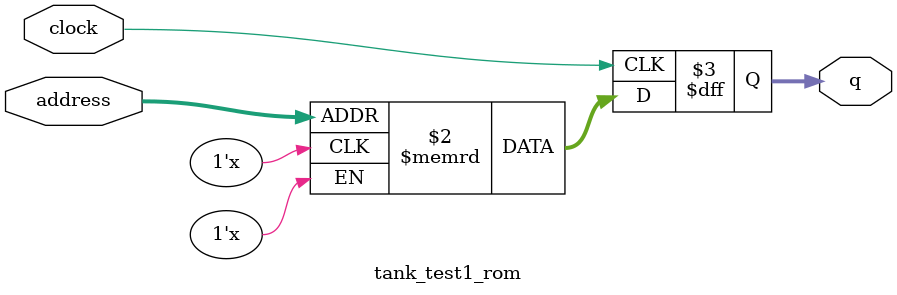
<source format=sv>
module tank_test1_rom (
	input logic clock,
	input logic [9:0] address,
	output logic [3:0] q
);

logic [3:0] memory [0:1023] /* synthesis ram_init_file = "./tank_test1/tank_test1.mif" */;

always_ff @ (posedge clock) begin
	q <= memory[address];
end


endmodule








</source>
